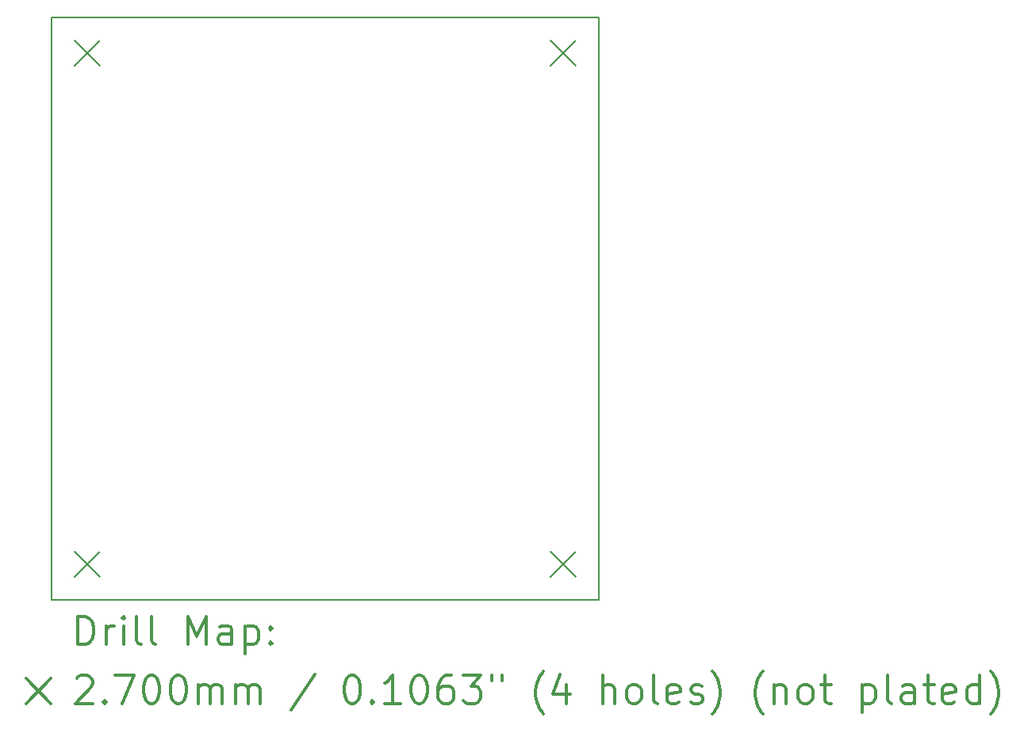
<source format=gbr>
%FSLAX45Y45*%
G04 Gerber Fmt 4.5, Leading zero omitted, Abs format (unit mm)*
G04 Created by KiCad (PCBNEW (5.1.12)-1) date 2021-12-10 17:41:55*
%MOMM*%
%LPD*%
G01*
G04 APERTURE LIST*
%TA.AperFunction,Profile*%
%ADD10C,0.150000*%
%TD*%
%ADD11C,0.200000*%
%ADD12C,0.300000*%
G04 APERTURE END LIST*
D10*
X7112000Y-1270000D02*
X1270000Y-1270000D01*
X7112000Y-7493000D02*
X7112000Y-1270000D01*
X1270000Y-7493000D02*
X7112000Y-7493000D01*
X1270000Y-1270000D02*
X1270000Y-7493000D01*
D11*
X1516000Y-1516000D02*
X1786000Y-1786000D01*
X1786000Y-1516000D02*
X1516000Y-1786000D01*
X1516000Y-6977000D02*
X1786000Y-7247000D01*
X1786000Y-6977000D02*
X1516000Y-7247000D01*
X6596000Y-1516000D02*
X6866000Y-1786000D01*
X6866000Y-1516000D02*
X6596000Y-1786000D01*
X6596000Y-6977000D02*
X6866000Y-7247000D01*
X6866000Y-6977000D02*
X6596000Y-7247000D01*
D12*
X1548928Y-7966214D02*
X1548928Y-7666214D01*
X1620357Y-7666214D01*
X1663214Y-7680500D01*
X1691786Y-7709071D01*
X1706071Y-7737643D01*
X1720357Y-7794786D01*
X1720357Y-7837643D01*
X1706071Y-7894786D01*
X1691786Y-7923357D01*
X1663214Y-7951929D01*
X1620357Y-7966214D01*
X1548928Y-7966214D01*
X1848928Y-7966214D02*
X1848928Y-7766214D01*
X1848928Y-7823357D02*
X1863214Y-7794786D01*
X1877500Y-7780500D01*
X1906071Y-7766214D01*
X1934643Y-7766214D01*
X2034643Y-7966214D02*
X2034643Y-7766214D01*
X2034643Y-7666214D02*
X2020357Y-7680500D01*
X2034643Y-7694786D01*
X2048928Y-7680500D01*
X2034643Y-7666214D01*
X2034643Y-7694786D01*
X2220357Y-7966214D02*
X2191786Y-7951929D01*
X2177500Y-7923357D01*
X2177500Y-7666214D01*
X2377500Y-7966214D02*
X2348928Y-7951929D01*
X2334643Y-7923357D01*
X2334643Y-7666214D01*
X2720357Y-7966214D02*
X2720357Y-7666214D01*
X2820357Y-7880500D01*
X2920357Y-7666214D01*
X2920357Y-7966214D01*
X3191786Y-7966214D02*
X3191786Y-7809071D01*
X3177500Y-7780500D01*
X3148928Y-7766214D01*
X3091786Y-7766214D01*
X3063214Y-7780500D01*
X3191786Y-7951929D02*
X3163214Y-7966214D01*
X3091786Y-7966214D01*
X3063214Y-7951929D01*
X3048928Y-7923357D01*
X3048928Y-7894786D01*
X3063214Y-7866214D01*
X3091786Y-7851929D01*
X3163214Y-7851929D01*
X3191786Y-7837643D01*
X3334643Y-7766214D02*
X3334643Y-8066214D01*
X3334643Y-7780500D02*
X3363214Y-7766214D01*
X3420357Y-7766214D01*
X3448928Y-7780500D01*
X3463214Y-7794786D01*
X3477500Y-7823357D01*
X3477500Y-7909071D01*
X3463214Y-7937643D01*
X3448928Y-7951929D01*
X3420357Y-7966214D01*
X3363214Y-7966214D01*
X3334643Y-7951929D01*
X3606071Y-7937643D02*
X3620357Y-7951929D01*
X3606071Y-7966214D01*
X3591786Y-7951929D01*
X3606071Y-7937643D01*
X3606071Y-7966214D01*
X3606071Y-7780500D02*
X3620357Y-7794786D01*
X3606071Y-7809071D01*
X3591786Y-7794786D01*
X3606071Y-7780500D01*
X3606071Y-7809071D01*
X992500Y-8325500D02*
X1262500Y-8595500D01*
X1262500Y-8325500D02*
X992500Y-8595500D01*
X1534643Y-8324786D02*
X1548928Y-8310500D01*
X1577500Y-8296214D01*
X1648928Y-8296214D01*
X1677500Y-8310500D01*
X1691786Y-8324786D01*
X1706071Y-8353357D01*
X1706071Y-8381929D01*
X1691786Y-8424786D01*
X1520357Y-8596214D01*
X1706071Y-8596214D01*
X1834643Y-8567643D02*
X1848928Y-8581929D01*
X1834643Y-8596214D01*
X1820357Y-8581929D01*
X1834643Y-8567643D01*
X1834643Y-8596214D01*
X1948928Y-8296214D02*
X2148928Y-8296214D01*
X2020357Y-8596214D01*
X2320357Y-8296214D02*
X2348928Y-8296214D01*
X2377500Y-8310500D01*
X2391786Y-8324786D01*
X2406071Y-8353357D01*
X2420357Y-8410500D01*
X2420357Y-8481929D01*
X2406071Y-8539072D01*
X2391786Y-8567643D01*
X2377500Y-8581929D01*
X2348928Y-8596214D01*
X2320357Y-8596214D01*
X2291786Y-8581929D01*
X2277500Y-8567643D01*
X2263214Y-8539072D01*
X2248928Y-8481929D01*
X2248928Y-8410500D01*
X2263214Y-8353357D01*
X2277500Y-8324786D01*
X2291786Y-8310500D01*
X2320357Y-8296214D01*
X2606071Y-8296214D02*
X2634643Y-8296214D01*
X2663214Y-8310500D01*
X2677500Y-8324786D01*
X2691786Y-8353357D01*
X2706071Y-8410500D01*
X2706071Y-8481929D01*
X2691786Y-8539072D01*
X2677500Y-8567643D01*
X2663214Y-8581929D01*
X2634643Y-8596214D01*
X2606071Y-8596214D01*
X2577500Y-8581929D01*
X2563214Y-8567643D01*
X2548928Y-8539072D01*
X2534643Y-8481929D01*
X2534643Y-8410500D01*
X2548928Y-8353357D01*
X2563214Y-8324786D01*
X2577500Y-8310500D01*
X2606071Y-8296214D01*
X2834643Y-8596214D02*
X2834643Y-8396214D01*
X2834643Y-8424786D02*
X2848928Y-8410500D01*
X2877500Y-8396214D01*
X2920357Y-8396214D01*
X2948928Y-8410500D01*
X2963214Y-8439072D01*
X2963214Y-8596214D01*
X2963214Y-8439072D02*
X2977500Y-8410500D01*
X3006071Y-8396214D01*
X3048928Y-8396214D01*
X3077500Y-8410500D01*
X3091786Y-8439072D01*
X3091786Y-8596214D01*
X3234643Y-8596214D02*
X3234643Y-8396214D01*
X3234643Y-8424786D02*
X3248928Y-8410500D01*
X3277500Y-8396214D01*
X3320357Y-8396214D01*
X3348928Y-8410500D01*
X3363214Y-8439072D01*
X3363214Y-8596214D01*
X3363214Y-8439072D02*
X3377500Y-8410500D01*
X3406071Y-8396214D01*
X3448928Y-8396214D01*
X3477500Y-8410500D01*
X3491786Y-8439072D01*
X3491786Y-8596214D01*
X4077500Y-8281929D02*
X3820357Y-8667643D01*
X4463214Y-8296214D02*
X4491786Y-8296214D01*
X4520357Y-8310500D01*
X4534643Y-8324786D01*
X4548928Y-8353357D01*
X4563214Y-8410500D01*
X4563214Y-8481929D01*
X4548928Y-8539072D01*
X4534643Y-8567643D01*
X4520357Y-8581929D01*
X4491786Y-8596214D01*
X4463214Y-8596214D01*
X4434643Y-8581929D01*
X4420357Y-8567643D01*
X4406071Y-8539072D01*
X4391786Y-8481929D01*
X4391786Y-8410500D01*
X4406071Y-8353357D01*
X4420357Y-8324786D01*
X4434643Y-8310500D01*
X4463214Y-8296214D01*
X4691786Y-8567643D02*
X4706071Y-8581929D01*
X4691786Y-8596214D01*
X4677500Y-8581929D01*
X4691786Y-8567643D01*
X4691786Y-8596214D01*
X4991786Y-8596214D02*
X4820357Y-8596214D01*
X4906071Y-8596214D02*
X4906071Y-8296214D01*
X4877500Y-8339071D01*
X4848928Y-8367643D01*
X4820357Y-8381929D01*
X5177500Y-8296214D02*
X5206071Y-8296214D01*
X5234643Y-8310500D01*
X5248928Y-8324786D01*
X5263214Y-8353357D01*
X5277500Y-8410500D01*
X5277500Y-8481929D01*
X5263214Y-8539072D01*
X5248928Y-8567643D01*
X5234643Y-8581929D01*
X5206071Y-8596214D01*
X5177500Y-8596214D01*
X5148928Y-8581929D01*
X5134643Y-8567643D01*
X5120357Y-8539072D01*
X5106071Y-8481929D01*
X5106071Y-8410500D01*
X5120357Y-8353357D01*
X5134643Y-8324786D01*
X5148928Y-8310500D01*
X5177500Y-8296214D01*
X5534643Y-8296214D02*
X5477500Y-8296214D01*
X5448928Y-8310500D01*
X5434643Y-8324786D01*
X5406071Y-8367643D01*
X5391786Y-8424786D01*
X5391786Y-8539072D01*
X5406071Y-8567643D01*
X5420357Y-8581929D01*
X5448928Y-8596214D01*
X5506071Y-8596214D01*
X5534643Y-8581929D01*
X5548928Y-8567643D01*
X5563214Y-8539072D01*
X5563214Y-8467643D01*
X5548928Y-8439072D01*
X5534643Y-8424786D01*
X5506071Y-8410500D01*
X5448928Y-8410500D01*
X5420357Y-8424786D01*
X5406071Y-8439072D01*
X5391786Y-8467643D01*
X5663214Y-8296214D02*
X5848928Y-8296214D01*
X5748928Y-8410500D01*
X5791786Y-8410500D01*
X5820357Y-8424786D01*
X5834643Y-8439072D01*
X5848928Y-8467643D01*
X5848928Y-8539072D01*
X5834643Y-8567643D01*
X5820357Y-8581929D01*
X5791786Y-8596214D01*
X5706071Y-8596214D01*
X5677500Y-8581929D01*
X5663214Y-8567643D01*
X5963214Y-8296214D02*
X5963214Y-8353357D01*
X6077500Y-8296214D02*
X6077500Y-8353357D01*
X6520357Y-8710500D02*
X6506071Y-8696214D01*
X6477500Y-8653357D01*
X6463214Y-8624786D01*
X6448928Y-8581929D01*
X6434643Y-8510500D01*
X6434643Y-8453357D01*
X6448928Y-8381929D01*
X6463214Y-8339071D01*
X6477500Y-8310500D01*
X6506071Y-8267643D01*
X6520357Y-8253357D01*
X6763214Y-8396214D02*
X6763214Y-8596214D01*
X6691786Y-8281929D02*
X6620357Y-8496214D01*
X6806071Y-8496214D01*
X7148928Y-8596214D02*
X7148928Y-8296214D01*
X7277500Y-8596214D02*
X7277500Y-8439072D01*
X7263214Y-8410500D01*
X7234643Y-8396214D01*
X7191786Y-8396214D01*
X7163214Y-8410500D01*
X7148928Y-8424786D01*
X7463214Y-8596214D02*
X7434643Y-8581929D01*
X7420357Y-8567643D01*
X7406071Y-8539072D01*
X7406071Y-8453357D01*
X7420357Y-8424786D01*
X7434643Y-8410500D01*
X7463214Y-8396214D01*
X7506071Y-8396214D01*
X7534643Y-8410500D01*
X7548928Y-8424786D01*
X7563214Y-8453357D01*
X7563214Y-8539072D01*
X7548928Y-8567643D01*
X7534643Y-8581929D01*
X7506071Y-8596214D01*
X7463214Y-8596214D01*
X7734643Y-8596214D02*
X7706071Y-8581929D01*
X7691786Y-8553357D01*
X7691786Y-8296214D01*
X7963214Y-8581929D02*
X7934643Y-8596214D01*
X7877500Y-8596214D01*
X7848928Y-8581929D01*
X7834643Y-8553357D01*
X7834643Y-8439072D01*
X7848928Y-8410500D01*
X7877500Y-8396214D01*
X7934643Y-8396214D01*
X7963214Y-8410500D01*
X7977500Y-8439072D01*
X7977500Y-8467643D01*
X7834643Y-8496214D01*
X8091786Y-8581929D02*
X8120357Y-8596214D01*
X8177500Y-8596214D01*
X8206071Y-8581929D01*
X8220357Y-8553357D01*
X8220357Y-8539072D01*
X8206071Y-8510500D01*
X8177500Y-8496214D01*
X8134643Y-8496214D01*
X8106071Y-8481929D01*
X8091786Y-8453357D01*
X8091786Y-8439072D01*
X8106071Y-8410500D01*
X8134643Y-8396214D01*
X8177500Y-8396214D01*
X8206071Y-8410500D01*
X8320357Y-8710500D02*
X8334643Y-8696214D01*
X8363214Y-8653357D01*
X8377500Y-8624786D01*
X8391786Y-8581929D01*
X8406071Y-8510500D01*
X8406071Y-8453357D01*
X8391786Y-8381929D01*
X8377500Y-8339071D01*
X8363214Y-8310500D01*
X8334643Y-8267643D01*
X8320357Y-8253357D01*
X8863214Y-8710500D02*
X8848928Y-8696214D01*
X8820357Y-8653357D01*
X8806071Y-8624786D01*
X8791786Y-8581929D01*
X8777500Y-8510500D01*
X8777500Y-8453357D01*
X8791786Y-8381929D01*
X8806071Y-8339071D01*
X8820357Y-8310500D01*
X8848928Y-8267643D01*
X8863214Y-8253357D01*
X8977500Y-8396214D02*
X8977500Y-8596214D01*
X8977500Y-8424786D02*
X8991786Y-8410500D01*
X9020357Y-8396214D01*
X9063214Y-8396214D01*
X9091786Y-8410500D01*
X9106071Y-8439072D01*
X9106071Y-8596214D01*
X9291786Y-8596214D02*
X9263214Y-8581929D01*
X9248928Y-8567643D01*
X9234643Y-8539072D01*
X9234643Y-8453357D01*
X9248928Y-8424786D01*
X9263214Y-8410500D01*
X9291786Y-8396214D01*
X9334643Y-8396214D01*
X9363214Y-8410500D01*
X9377500Y-8424786D01*
X9391786Y-8453357D01*
X9391786Y-8539072D01*
X9377500Y-8567643D01*
X9363214Y-8581929D01*
X9334643Y-8596214D01*
X9291786Y-8596214D01*
X9477500Y-8396214D02*
X9591786Y-8396214D01*
X9520357Y-8296214D02*
X9520357Y-8553357D01*
X9534643Y-8581929D01*
X9563214Y-8596214D01*
X9591786Y-8596214D01*
X9920357Y-8396214D02*
X9920357Y-8696214D01*
X9920357Y-8410500D02*
X9948928Y-8396214D01*
X10006071Y-8396214D01*
X10034643Y-8410500D01*
X10048928Y-8424786D01*
X10063214Y-8453357D01*
X10063214Y-8539072D01*
X10048928Y-8567643D01*
X10034643Y-8581929D01*
X10006071Y-8596214D01*
X9948928Y-8596214D01*
X9920357Y-8581929D01*
X10234643Y-8596214D02*
X10206071Y-8581929D01*
X10191786Y-8553357D01*
X10191786Y-8296214D01*
X10477500Y-8596214D02*
X10477500Y-8439072D01*
X10463214Y-8410500D01*
X10434643Y-8396214D01*
X10377500Y-8396214D01*
X10348928Y-8410500D01*
X10477500Y-8581929D02*
X10448928Y-8596214D01*
X10377500Y-8596214D01*
X10348928Y-8581929D01*
X10334643Y-8553357D01*
X10334643Y-8524786D01*
X10348928Y-8496214D01*
X10377500Y-8481929D01*
X10448928Y-8481929D01*
X10477500Y-8467643D01*
X10577500Y-8396214D02*
X10691786Y-8396214D01*
X10620357Y-8296214D02*
X10620357Y-8553357D01*
X10634643Y-8581929D01*
X10663214Y-8596214D01*
X10691786Y-8596214D01*
X10906071Y-8581929D02*
X10877500Y-8596214D01*
X10820357Y-8596214D01*
X10791786Y-8581929D01*
X10777500Y-8553357D01*
X10777500Y-8439072D01*
X10791786Y-8410500D01*
X10820357Y-8396214D01*
X10877500Y-8396214D01*
X10906071Y-8410500D01*
X10920357Y-8439072D01*
X10920357Y-8467643D01*
X10777500Y-8496214D01*
X11177500Y-8596214D02*
X11177500Y-8296214D01*
X11177500Y-8581929D02*
X11148928Y-8596214D01*
X11091786Y-8596214D01*
X11063214Y-8581929D01*
X11048928Y-8567643D01*
X11034643Y-8539072D01*
X11034643Y-8453357D01*
X11048928Y-8424786D01*
X11063214Y-8410500D01*
X11091786Y-8396214D01*
X11148928Y-8396214D01*
X11177500Y-8410500D01*
X11291786Y-8710500D02*
X11306071Y-8696214D01*
X11334643Y-8653357D01*
X11348928Y-8624786D01*
X11363214Y-8581929D01*
X11377500Y-8510500D01*
X11377500Y-8453357D01*
X11363214Y-8381929D01*
X11348928Y-8339071D01*
X11334643Y-8310500D01*
X11306071Y-8267643D01*
X11291786Y-8253357D01*
M02*

</source>
